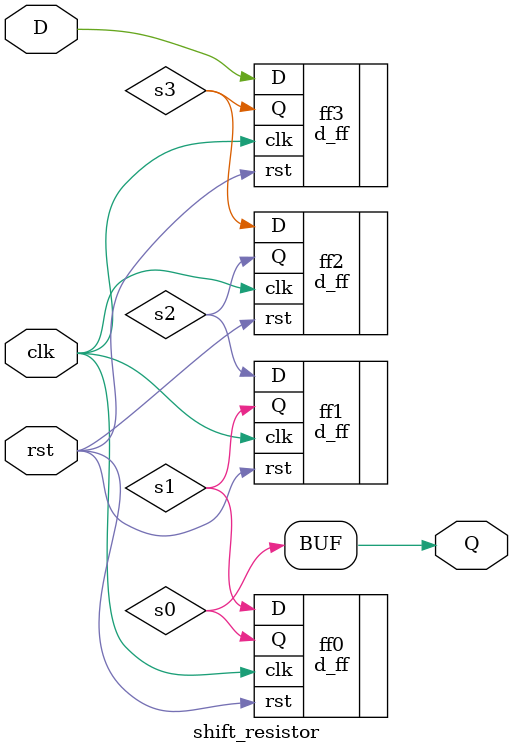
<source format=v>
`include "d_ff.v"
module shift_resistor(
    input clk, rst, D,
    output Q
);

wire s0, s1, s2, s3;
d_ff ff3(.clk(clk), .rst(rst), .D(D), .Q(s3));
d_ff ff2(.clk(clk), .rst(rst), .D(s3), .Q(s2));
d_ff ff1(.clk(clk), .rst(rst), .D(s2), .Q(s1));
d_ff ff0(.clk(clk), .rst(rst), .D(s1), .Q(s0));

assign Q = s0;
endmodule
</source>
